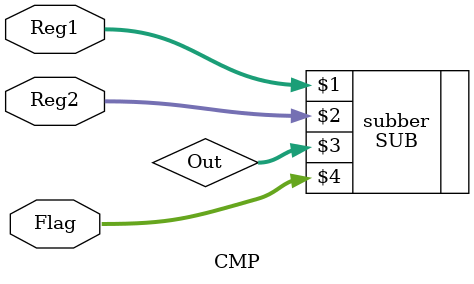
<source format=v>
module CMP (Reg1, Reg2, Flag);

input [15:0] Reg1, Reg2;
inout [3:0] Flag; //N,Z,C,V
wire [15:0] Out;

SUB subber(Reg1, Reg2, Out, Flag);

endmodule
</source>
